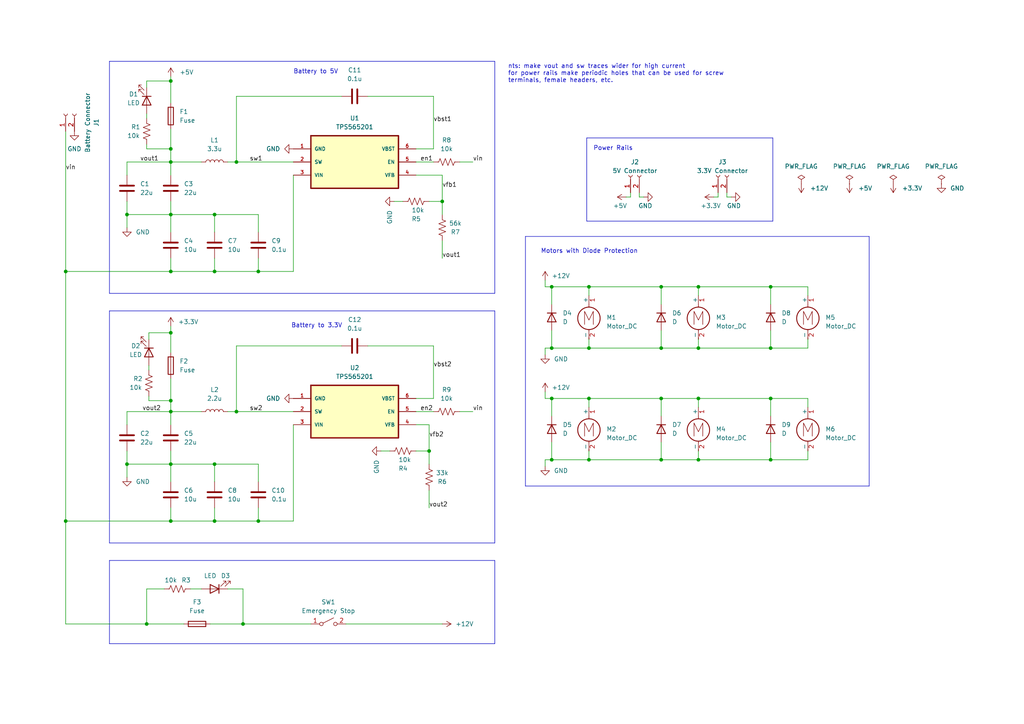
<source format=kicad_sch>
(kicad_sch (version 20211123) (generator eeschema)
  (paper "A4")
  (lib_symbols
    (symbol "Connector:Conn_01x02_Female" (pin_names (offset 1.016) hide)
      (property "Reference" "J" (at 0 2.54 0))
      (property "Value" "Conn_01x02_Female" (at 0 -5.08 0))
      (symbol "Conn_01x02_Female_1_1"
        (arc (start 0 -2.032) (mid -0.508 -2.54) (end 0 -3.048) (stroke (width 0.1524)))
        (polyline (pts (xy -1.27 -2.54) (xy -0.508 -2.54)) (stroke (width 0.1524)))
        (polyline (pts (xy -1.27 0) (xy -0.508 0)) (stroke (width 0.1524)))
        (arc (start 0 0.508) (mid -0.508 0) (end 0 -0.508) (stroke (width 0.1524)))
        (pin passive line (at -5.08 0 0) (length 3.81) (name "Pin_1") (number "1"))
        (pin passive line (at -5.08 -2.54 0) (length 3.81) (name "Pin_2") (number "2"))
      )
    )
    (symbol "Device:C" (pin_numbers hide) (pin_names (offset 0.254))
      (property "Reference" "C" (at 0.635 2.54 0))
      (property "Value" "C" (at 0.635 -2.54 0))
      (symbol "C_0_1"
        (polyline (pts (xy -2.032 -0.762) (xy 2.032 -0.762)) (stroke (width 0.508)))
        (polyline (pts (xy -2.032 0.762) (xy 2.032 0.762)) (stroke (width 0.508)))
      )
      (symbol "C_1_1"
        (pin passive line (at 0 3.81 270) (length 2.794) (name "~") (number "1"))
        (pin passive line (at 0 -3.81 90) (length 2.794) (name "~") (number "2"))
      )
    )
    (symbol "Device:D" (pin_numbers hide) (pin_names (offset 1.016) hide)
      (property "Reference" "D" (at 0 2.54 0))
      (property "Value" "D" (at 0 -2.54 0))
      (symbol "D_0_1"
        (polyline (pts (xy -1.27 1.27) (xy -1.27 -1.27)) (stroke (width 0.254)))
        (polyline (pts (xy 1.27 0) (xy -1.27 0)))
        (polyline (pts (xy 1.27 1.27) (xy 1.27 -1.27) (xy -1.27 0) (xy 1.27 1.27)) (stroke (width 0.254)))
      )
      (symbol "D_1_1"
        (pin passive line (at -3.81 0 0) (length 2.54) (name "K") (number "1"))
        (pin passive line (at 3.81 0 180) (length 2.54) (name "A") (number "2"))
      )
    )
    (symbol "Device:Fuse" (pin_numbers hide) (pin_names (offset 0))
      (property "Reference" "F" (at 2.032 0 90))
      (property "Value" "Fuse" (at -1.905 0 90))
      (symbol "Fuse_0_1"
        (rectangle (start -0.762 -2.54) (end 0.762 2.54) (stroke (width 0.254)))
        (polyline (pts (xy 0 2.54) (xy 0 -2.54)))
      )
      (symbol "Fuse_1_1"
        (pin passive line (at 0 3.81 270) (length 1.27) (name "~") (number "1"))
        (pin passive line (at 0 -3.81 90) (length 1.27) (name "~") (number "2"))
      )
    )
    (symbol "Device:L" (pin_numbers hide) (pin_names (offset 1.016) hide)
      (property "Reference" "L" (at -1.27 0 90))
      (property "Value" "L" (at 1.905 0 90))
      (symbol "L_0_1"
        (arc (start 0 -2.54) (mid 0.635 -1.905) (end 0 -1.27))
        (arc (start 0 -1.27) (mid 0.635 -0.635) (end 0 0))
        (arc (start 0 0) (mid 0.635 0.635) (end 0 1.27))
        (arc (start 0 1.27) (mid 0.635 1.905) (end 0 2.54))
      )
      (symbol "L_1_1"
        (pin passive line (at 0 3.81 270) (length 1.27) (name "1") (number "1"))
        (pin passive line (at 0 -3.81 90) (length 1.27) (name "2") (number "2"))
      )
    )
    (symbol "Device:LED" (pin_numbers hide) (pin_names (offset 1.016) hide)
      (property "Reference" "D" (at 0 2.54 0))
      (property "Value" "LED" (at 0 -2.54 0))
      (symbol "LED_0_1"
        (polyline (pts (xy -1.27 -1.27) (xy -1.27 1.27)) (stroke (width 0.254)))
        (polyline (pts (xy -1.27 0) (xy 1.27 0)))
        (polyline (pts (xy 1.27 -1.27) (xy 1.27 1.27) (xy -1.27 0) (xy 1.27 -1.27)) (stroke (width 0.254)))
        (polyline (pts (xy -3.048 -0.762) (xy -4.572 -2.286) (xy -3.81 -2.286) (xy -4.572 -2.286) (xy -4.572 -1.524)))
        (polyline (pts (xy -1.778 -0.762) (xy -3.302 -2.286) (xy -2.54 -2.286) (xy -3.302 -2.286) (xy -3.302 -1.524)))
      )
      (symbol "LED_1_1"
        (pin passive line (at -3.81 0 0) (length 2.54) (name "K") (number "1"))
        (pin passive line (at 3.81 0 180) (length 2.54) (name "A") (number "2"))
      )
    )
    (symbol "Device:R_US" (pin_numbers hide) (pin_names (offset 0))
      (property "Reference" "R" (at 2.54 0 90))
      (property "Value" "R_US" (at -2.54 0 90))
      (symbol "R_US_0_1"
        (polyline (pts (xy 0 -2.286) (xy 0 -2.54)))
        (polyline (pts (xy 0 2.286) (xy 0 2.54)))
        (polyline (pts (xy 0 -0.762) (xy 1.016 -1.143) (xy 0 -1.524) (xy -1.016 -1.905) (xy 0 -2.286)))
        (polyline (pts (xy 0 0.762) (xy 1.016 0.381) (xy 0 0) (xy -1.016 -0.381) (xy 0 -0.762)))
        (polyline (pts (xy 0 2.286) (xy 1.016 1.905) (xy 0 1.524) (xy -1.016 1.143) (xy 0 0.762)))
      )
      (symbol "R_US_1_1"
        (pin passive line (at 0 3.81 270) (length 1.27) (name "~") (number "1"))
        (pin passive line (at 0 -3.81 90) (length 1.27) (name "~") (number "2"))
      )
    )
    (symbol "Motor:Motor_DC" (pin_names (offset 0))
      (property "Reference" "M" (at 2.54 2.54 0))
      (property "Value" "Motor_DC" (at 2.54 -5.08 0))
      (symbol "Motor_DC_0_0"
        (polyline (pts (xy -1.27 -3.302) (xy -1.27 0.508) (xy 0 -2.032) (xy 1.27 0.508) (xy 1.27 -3.302)))
      )
      (symbol "Motor_DC_0_1"
        (circle (center 0 -1.524) (radius 3.2512) (stroke (width 0.254)))
        (polyline (pts (xy 0 -7.62) (xy 0 -7.112)))
        (polyline (pts (xy 0 -4.7752) (xy 0 -5.1816)))
        (polyline (pts (xy 0 1.7272) (xy 0 2.0828)))
        (polyline (pts (xy 0 2.032) (xy 0 2.54)))
      )
      (symbol "Motor_DC_1_1"
        (pin passive line (at 0 5.08 270) (length 2.54) (name "+") (number "1"))
        (pin passive line (at 0 -7.62 90) (length 2.54) (name "-") (number "2"))
      )
    )
    (symbol "Switch:SW_SPST" (pin_names (offset 0) hide)
      (property "Reference" "SW" (at 0 3.175 0))
      (property "Value" "SW_SPST" (at 0 -2.54 0))
      (symbol "SW_SPST_0_0"
        (circle (center -2.032 0) (radius 0.508))
        (polyline (pts (xy -1.524 0.254) (xy 1.524 1.778)))
        (circle (center 2.032 0) (radius 0.508))
      )
      (symbol "SW_SPST_1_1"
        (pin passive line (at -5.08 0 0) (length 2.54) (name "A") (number "1"))
        (pin passive line (at 5.08 0 180) (length 2.54) (name "B") (number "2"))
      )
    )
    (symbol "TPS565201DDCR:TPS565201" (pin_names (offset 1.016))
      (property "Reference" "U?" (at -12.7 11.1506 0))
      (property "Value" "TPS565201" (at -5.08 -8.89 0))
      (symbol "TPS565201_0_0"
        (rectangle (start -12.7 10.16) (end 12.7 -5.08) (stroke (width 0.4064)) (fill (type background)))
        (pin power_in line (at -17.78 6.35 0) (length 5.08) (name "GND") (number "1"))
        (pin bidirectional line (at -17.78 2.54 0) (length 5.08) (name "SW") (number "2"))
        (pin bidirectional line (at -17.78 -1.27 0) (length 5.08) (name "VIN") (number "3"))
        (pin bidirectional line (at 17.78 -1.27 180) (length 5.08) (name "VFB") (number "4"))
        (pin bidirectional line (at 17.78 2.54 180) (length 5.08) (name "EN") (number "5"))
        (pin bidirectional line (at 17.78 6.35 180) (length 5.08) (name "VBST") (number "6"))
      )
    )
    (symbol "power:+12V" (power) (pin_names (offset 0))
      (property "Value" "+12V" (at 0 3.556 0))
      (symbol "+12V_0_1"
        (polyline (pts (xy -0.762 1.27) (xy 0 2.54)))
        (polyline (pts (xy 0 0) (xy 0 2.54)))
        (polyline (pts (xy 0 2.54) (xy 0.762 1.27)))
      )
      (symbol "+12V_1_1"
        (pin power_in line (at 0 0 90) (length 0) hide (name "+12V") (number "1"))
      )
    )
    (symbol "power:+3.3V" (power) (pin_names (offset 0))
      (property "Value" "+3.3V" (at 0 3.556 0))
      (symbol "+3.3V_0_1"
        (polyline (pts (xy -0.762 1.27) (xy 0 2.54)))
        (polyline (pts (xy 0 0) (xy 0 2.54)))
        (polyline (pts (xy 0 2.54) (xy 0.762 1.27)))
      )
      (symbol "+3.3V_1_1"
        (pin power_in line (at 0 0 90) (length 0) hide (name "+3.3V") (number "1"))
      )
    )
    (symbol "power:+5V" (power) (pin_names (offset 0))
      (property "Value" "+5V" (at 0 3.556 0))
      (symbol "+5V_0_1"
        (polyline (pts (xy -0.762 1.27) (xy 0 2.54)))
        (polyline (pts (xy 0 0) (xy 0 2.54)))
        (polyline (pts (xy 0 2.54) (xy 0.762 1.27)))
      )
      (symbol "+5V_1_1"
        (pin power_in line (at 0 0 90) (length 0) hide (name "+5V") (number "1"))
      )
    )
    (symbol "power:GND" (power) (pin_names (offset 0))
      (property "Value" "GND" (at 0 -3.81 0))
      (symbol "GND_0_1"
        (polyline (pts (xy 0 0) (xy 0 -1.27) (xy 1.27 -1.27) (xy 0 -2.54) (xy -1.27 -1.27) (xy 0 -1.27)))
      )
      (symbol "GND_1_1"
        (pin power_in line (at 0 0 270) (length 0) hide (name "GND") (number "1"))
      )
    )
    (symbol "power:PWR_FLAG" (power) (pin_numbers hide) (pin_names (offset 0) hide)
      (property "Value" "PWR_FLAG" (at 0 3.81 0))
      (symbol "PWR_FLAG_0_0"
        (pin power_out line (at 0 0 90) (length 0) (name "pwr") (number "1"))
      )
      (symbol "PWR_FLAG_0_1"
        (polyline (pts (xy 0 0) (xy 0 1.27) (xy -1.016 1.905) (xy 0 2.54) (xy 1.016 1.905) (xy 0 1.27)))
      )
    )
  )
  (junction (at 74.93 78.74))
  (junction (at 74.93 151.13))
  (junction (at 223.52 133.35))
  (junction (at 170.815 83.185))
  (junction (at 36.83 62.23))
  (junction (at 49.53 46.99))
  (junction (at 62.23 151.13))
  (junction (at 62.23 62.23))
  (junction (at 170.815 115.57))
  (junction (at 191.77 100.965))
  (junction (at 49.53 119.38))
  (junction (at 223.52 100.965))
  (junction (at 124.46 130.81))
  (junction (at 202.565 83.185))
  (junction (at 42.545 180.975))
  (junction (at 223.52 83.185))
  (junction (at 62.23 134.62))
  (junction (at 223.52 115.57))
  (junction (at 170.815 100.965))
  (junction (at 202.565 100.965))
  (junction (at 191.77 133.35))
  (junction (at 191.77 115.57))
  (junction (at 170.815 133.35))
  (junction (at 49.53 96.52))
  (junction (at 49.53 43.18))
  (junction (at 36.83 134.62))
  (junction (at 191.77 83.185))
  (junction (at 128.27 58.42))
  (junction (at 49.53 23.495))
  (junction (at 49.53 78.74))
  (junction (at 160.02 133.35))
  (junction (at 160.02 83.185))
  (junction (at 160.02 115.57))
  (junction (at 202.565 115.57))
  (junction (at 49.53 62.23))
  (junction (at 68.58 46.99))
  (junction (at 49.53 116.205))
  (junction (at 19.05 151.13))
  (junction (at 68.58 119.38))
  (junction (at 160.02 100.965))
  (junction (at 62.23 78.74))
  (junction (at 19.05 78.74))
  (junction (at 202.565 133.35))
  (junction (at 49.53 151.13))
  (junction (at 70.485 180.975))
  (junction (at 49.53 134.62))
  (polyline (pts (xy 224.155 64.135) (xy 170.18 64.135)) (stroke (width 0) (type solid)))
  (wire (pts (xy 66.04 46.99) (xy 68.58 46.99)))
  (wire (pts (xy 42.545 25.4) (xy 42.545 23.495)))
  (polyline (pts (xy 224.155 40.005) (xy 224.155 64.135)) (stroke (width 0) (type solid)))
  (wire (pts (xy 158.115 100.965) (xy 160.02 100.965)))
  (wire (pts (xy 55.245 170.815) (xy 58.42 170.815)))
  (wire (pts (xy 158.115 102.87) (xy 158.115 100.965)))
  (wire (pts (xy 125.73 43.18) (xy 120.65 43.18)))
  (wire (pts (xy 85.09 78.74) (xy 74.93 78.74)))
  (wire (pts (xy 36.83 46.99) (xy 49.53 46.99)))
  (wire (pts (xy 120.65 46.99) (xy 125.73 46.99)))
  (wire (pts (xy 124.46 130.81) (xy 124.46 134.62)))
  (wire (pts (xy 49.53 62.23) (xy 49.53 58.42)))
  (wire (pts (xy 43.18 116.205) (xy 49.53 116.205)))
  (wire (pts (xy 133.35 119.38) (xy 137.16 119.38)))
  (polyline (pts (xy 252.095 140.97) (xy 152.4 140.97)) (stroke (width 0) (type solid)))
  (wire (pts (xy 49.53 94.615) (xy 49.53 96.52)))
  (wire (pts (xy 42.545 34.29) (xy 42.545 33.02)))
  (wire (pts (xy 124.46 142.24) (xy 124.46 147.32)))
  (wire (pts (xy 49.53 96.52) (xy 49.53 102.235)))
  (wire (pts (xy 170.815 98.425) (xy 170.815 100.965)))
  (wire (pts (xy 124.46 123.19) (xy 124.46 130.81)))
  (wire (pts (xy 19.05 38.1) (xy 19.05 78.74)))
  (wire (pts (xy 19.05 78.74) (xy 49.53 78.74)))
  (polyline (pts (xy 31.75 162.56) (xy 31.75 186.69)) (stroke (width 0) (type solid)))
  (wire (pts (xy 202.565 83.185) (xy 202.565 85.725)))
  (wire (pts (xy 208.28 55.88) (xy 208.28 57.15)))
  (wire (pts (xy 160.02 88.265) (xy 160.02 83.185)))
  (wire (pts (xy 191.77 95.885) (xy 191.77 100.965)))
  (polyline (pts (xy 31.75 186.69) (xy 143.51 186.69)) (stroke (width 0) (type solid)))
  (polyline (pts (xy 143.51 17.78) (xy 31.75 17.78)) (stroke (width 0) (type solid)))
  (wire (pts (xy 223.52 128.27) (xy 223.52 133.35)))
  (wire (pts (xy 62.23 78.74) (xy 74.93 78.74)))
  (wire (pts (xy 19.05 78.74) (xy 19.05 151.13)))
  (wire (pts (xy 234.315 98.425) (xy 234.315 100.965)))
  (wire (pts (xy 62.23 139.7) (xy 62.23 134.62)))
  (wire (pts (xy 234.315 130.81) (xy 234.315 133.35)))
  (wire (pts (xy 202.565 130.81) (xy 202.565 133.35)))
  (wire (pts (xy 170.815 83.185) (xy 191.77 83.185)))
  (wire (pts (xy 99.06 27.94) (xy 68.58 27.94)))
  (wire (pts (xy 128.27 50.8) (xy 128.27 58.42)))
  (wire (pts (xy 202.565 83.185) (xy 223.52 83.185)))
  (wire (pts (xy 36.83 134.62) (xy 36.83 138.43)))
  (wire (pts (xy 160.02 128.27) (xy 160.02 133.35)))
  (wire (pts (xy 223.52 100.965) (xy 234.315 100.965)))
  (wire (pts (xy 49.53 147.32) (xy 49.53 151.13)))
  (wire (pts (xy 85.09 50.8) (xy 85.09 78.74)))
  (wire (pts (xy 60.96 180.975) (xy 70.485 180.975)))
  (wire (pts (xy 113.03 130.81) (xy 110.49 130.81)))
  (wire (pts (xy 202.565 133.35) (xy 223.52 133.35)))
  (wire (pts (xy 36.83 134.62) (xy 49.53 134.62)))
  (wire (pts (xy 58.42 119.38) (xy 49.53 119.38)))
  (wire (pts (xy 70.485 180.975) (xy 90.17 180.975)))
  (wire (pts (xy 43.18 114.935) (xy 43.18 116.205)))
  (wire (pts (xy 62.23 151.13) (xy 74.93 151.13)))
  (wire (pts (xy 74.93 67.31) (xy 74.93 62.23)))
  (wire (pts (xy 49.53 78.74) (xy 62.23 78.74)))
  (wire (pts (xy 125.73 115.57) (xy 120.65 115.57)))
  (wire (pts (xy 160.02 83.185) (xy 170.815 83.185)))
  (wire (pts (xy 125.73 27.94) (xy 125.73 43.18)))
  (wire (pts (xy 191.77 120.65) (xy 191.77 115.57)))
  (wire (pts (xy 42.545 43.18) (xy 49.53 43.18)))
  (wire (pts (xy 49.53 23.495) (xy 49.53 29.845)))
  (wire (pts (xy 128.27 69.85) (xy 128.27 74.93)))
  (wire (pts (xy 120.65 123.19) (xy 124.46 123.19)))
  (polyline (pts (xy 152.4 68.58) (xy 252.095 68.58)) (stroke (width 0) (type solid)))
  (wire (pts (xy 19.05 151.13) (xy 19.05 180.975)))
  (polyline (pts (xy 170.18 40.005) (xy 224.155 40.005)) (stroke (width 0) (type solid)))
  (wire (pts (xy 170.815 133.35) (xy 191.77 133.35)))
  (wire (pts (xy 158.115 83.185) (xy 160.02 83.185)))
  (wire (pts (xy 68.58 119.38) (xy 85.09 119.38)))
  (wire (pts (xy 42.545 41.91) (xy 42.545 43.18)))
  (wire (pts (xy 85.09 151.13) (xy 74.93 151.13)))
  (polyline (pts (xy 31.75 17.78) (xy 31.75 85.09)) (stroke (width 0) (type solid)))
  (wire (pts (xy 42.545 180.975) (xy 19.05 180.975)))
  (wire (pts (xy 68.58 27.94) (xy 68.58 46.99)))
  (wire (pts (xy 74.93 62.23) (xy 62.23 62.23)))
  (wire (pts (xy 49.53 62.23) (xy 62.23 62.23)))
  (wire (pts (xy 36.83 58.42) (xy 36.83 62.23)))
  (wire (pts (xy 62.23 147.32) (xy 62.23 151.13)))
  (wire (pts (xy 47.625 170.815) (xy 42.545 170.815)))
  (wire (pts (xy 49.53 134.62) (xy 62.23 134.62)))
  (wire (pts (xy 128.27 58.42) (xy 128.27 62.23)))
  (wire (pts (xy 170.815 115.57) (xy 191.77 115.57)))
  (wire (pts (xy 70.485 170.815) (xy 70.485 180.975)))
  (wire (pts (xy 170.815 130.81) (xy 170.815 133.35)))
  (wire (pts (xy 191.77 100.965) (xy 202.565 100.965)))
  (wire (pts (xy 106.68 100.33) (xy 125.73 100.33)))
  (wire (pts (xy 66.04 119.38) (xy 68.58 119.38)))
  (wire (pts (xy 68.58 100.33) (xy 68.58 119.38)))
  (wire (pts (xy 191.77 128.27) (xy 191.77 133.35)))
  (wire (pts (xy 120.65 50.8) (xy 128.27 50.8)))
  (wire (pts (xy 74.93 139.7) (xy 74.93 134.62)))
  (wire (pts (xy 49.53 109.855) (xy 49.53 116.205)))
  (wire (pts (xy 202.565 98.425) (xy 202.565 100.965)))
  (wire (pts (xy 49.53 37.465) (xy 49.53 43.18)))
  (wire (pts (xy 223.52 83.185) (xy 234.315 83.185)))
  (wire (pts (xy 49.53 62.23) (xy 49.53 67.31)))
  (wire (pts (xy 191.77 83.185) (xy 202.565 83.185)))
  (polyline (pts (xy 143.51 85.09) (xy 143.51 17.78)) (stroke (width 0) (type solid)))
  (wire (pts (xy 170.815 83.185) (xy 170.815 85.725)))
  (wire (pts (xy 170.815 115.57) (xy 170.815 118.11)))
  (polyline (pts (xy 143.51 90.17) (xy 31.75 90.17)) (stroke (width 0) (type solid)))
  (wire (pts (xy 68.58 46.99) (xy 85.09 46.99)))
  (wire (pts (xy 85.09 123.19) (xy 85.09 151.13)))
  (wire (pts (xy 42.545 23.495) (xy 49.53 23.495)))
  (wire (pts (xy 49.53 134.62) (xy 49.53 130.81)))
  (wire (pts (xy 210.82 55.88) (xy 210.82 57.15)))
  (wire (pts (xy 223.52 95.885) (xy 223.52 100.965)))
  (wire (pts (xy 202.565 100.965) (xy 223.52 100.965)))
  (wire (pts (xy 160.02 100.965) (xy 170.815 100.965)))
  (wire (pts (xy 234.315 115.57) (xy 234.315 118.11)))
  (wire (pts (xy 181.61 57.15) (xy 182.88 57.15)))
  (wire (pts (xy 185.42 55.88) (xy 185.42 57.15)))
  (wire (pts (xy 234.315 83.185) (xy 234.315 85.725)))
  (wire (pts (xy 223.52 133.35) (xy 234.315 133.35)))
  (wire (pts (xy 106.68 27.94) (xy 125.73 27.94)))
  (wire (pts (xy 99.06 100.33) (xy 68.58 100.33)))
  (wire (pts (xy 191.77 133.35) (xy 202.565 133.35)))
  (wire (pts (xy 36.83 62.23) (xy 49.53 62.23)))
  (wire (pts (xy 158.115 133.35) (xy 160.02 133.35)))
  (polyline (pts (xy 31.75 157.48) (xy 143.51 157.48)) (stroke (width 0) (type solid)))
  (wire (pts (xy 49.53 22.225) (xy 49.53 23.495)))
  (wire (pts (xy 66.04 170.815) (xy 70.485 170.815)))
  (wire (pts (xy 42.545 170.815) (xy 42.545 180.975)))
  (wire (pts (xy 158.115 135.255) (xy 158.115 133.35)))
  (wire (pts (xy 36.83 130.81) (xy 36.83 134.62)))
  (wire (pts (xy 133.35 46.99) (xy 137.16 46.99)))
  (wire (pts (xy 210.82 57.15) (xy 212.09 57.15)))
  (wire (pts (xy 160.02 133.35) (xy 170.815 133.35)))
  (wire (pts (xy 185.42 57.15) (xy 186.69 57.15)))
  (wire (pts (xy 43.18 96.52) (xy 49.53 96.52)))
  (wire (pts (xy 36.83 62.23) (xy 36.83 66.04)))
  (wire (pts (xy 114.3 58.42) (xy 116.84 58.42)))
  (wire (pts (xy 43.18 98.425) (xy 43.18 96.52)))
  (wire (pts (xy 19.05 151.13) (xy 49.53 151.13)))
  (wire (pts (xy 120.65 119.38) (xy 125.73 119.38)))
  (wire (pts (xy 158.115 115.57) (xy 160.02 115.57)))
  (wire (pts (xy 160.02 120.65) (xy 160.02 115.57)))
  (wire (pts (xy 125.73 100.33) (xy 125.73 115.57)))
  (wire (pts (xy 158.115 113.665) (xy 158.115 115.57)))
  (wire (pts (xy 223.52 120.65) (xy 223.52 115.57)))
  (wire (pts (xy 191.77 88.265) (xy 191.77 83.185)))
  (wire (pts (xy 160.02 95.885) (xy 160.02 100.965)))
  (polyline (pts (xy 143.51 157.48) (xy 143.51 90.17)) (stroke (width 0) (type solid)))
  (wire (pts (xy 43.18 107.315) (xy 43.18 106.045)))
  (wire (pts (xy 58.42 46.99) (xy 49.53 46.99)))
  (polyline (pts (xy 31.75 90.17) (xy 31.75 157.48)) (stroke (width 0) (type solid)))
  (wire (pts (xy 49.53 151.13) (xy 62.23 151.13)))
  (wire (pts (xy 207.01 57.15) (xy 208.28 57.15)))
  (wire (pts (xy 49.53 46.99) (xy 49.53 50.8)))
  (polyline (pts (xy 31.75 85.09) (xy 143.51 85.09)) (stroke (width 0) (type solid)))
  (wire (pts (xy 36.83 119.38) (xy 49.53 119.38)))
  (wire (pts (xy 223.52 88.265) (xy 223.52 83.185)))
  (wire (pts (xy 49.53 116.205) (xy 49.53 119.38)))
  (wire (pts (xy 62.23 74.93) (xy 62.23 78.74)))
  (polyline (pts (xy 170.18 40.005) (xy 170.18 64.135)) (stroke (width 0) (type solid)))
  (wire (pts (xy 202.565 115.57) (xy 223.52 115.57)))
  (wire (pts (xy 62.23 67.31) (xy 62.23 62.23)))
  (wire (pts (xy 49.53 43.18) (xy 49.53 46.99)))
  (wire (pts (xy 170.815 100.965) (xy 191.77 100.965)))
  (wire (pts (xy 223.52 115.57) (xy 234.315 115.57)))
  (polyline (pts (xy 252.095 68.58) (xy 252.095 140.97)) (stroke (width 0) (type solid)))
  (wire (pts (xy 158.115 81.28) (xy 158.115 83.185)))
  (wire (pts (xy 53.34 180.975) (xy 42.545 180.975)))
  (polyline (pts (xy 143.51 186.69) (xy 143.51 162.56)) (stroke (width 0) (type solid)))
  (wire (pts (xy 128.27 58.42) (xy 124.46 58.42)))
  (wire (pts (xy 74.93 134.62) (xy 62.23 134.62)))
  (wire (pts (xy 160.02 115.57) (xy 170.815 115.57)))
  (polyline (pts (xy 143.51 162.56) (xy 31.75 162.56)) (stroke (width 0) (type solid)))
  (wire (pts (xy 191.77 115.57) (xy 202.565 115.57)))
  (wire (pts (xy 202.565 115.57) (xy 202.565 118.11)))
  (wire (pts (xy 36.83 119.38) (xy 36.83 123.19)))
  (wire (pts (xy 182.88 55.88) (xy 182.88 57.15)))
  (wire (pts (xy 49.53 134.62) (xy 49.53 139.7)))
  (wire (pts (xy 74.93 151.13) (xy 74.93 147.32)))
  (wire (pts (xy 124.46 130.81) (xy 120.65 130.81)))
  (wire (pts (xy 49.53 74.93) (xy 49.53 78.74)))
  (wire (pts (xy 100.33 180.975) (xy 128.27 180.975)))
  (wire (pts (xy 74.93 78.74) (xy 74.93 74.93)))
  (wire (pts (xy 36.83 46.99) (xy 36.83 50.8)))
  (wire (pts (xy 49.53 119.38) (xy 49.53 123.19)))
  (polyline (pts (xy 152.4 68.58) (xy 152.4 140.97)) (stroke (width 0) (type solid)))
  (text "nts: make vout and sw traces wider for high current\nfor power rails make periodic holes that can be used for screw\nterminals, female headers, etc." (at 147.32 24.13 0) (effects (font (size 1.27 1.27)) (justify left bottom)))
  (text "Motors with Diode Protection" (at 156.845 73.66 0) (effects (font (size 1.27 1.27)) (justify left bottom)))
  (text "Battery to 5V" (at 85.09 21.59 0) (effects (font (size 1.27 1.27)) (justify left bottom)))
  (text "Battery to 3.3V" (at 84.455 95.25 0) (effects (font (size 1.27 1.27)) (justify left bottom)))
  (text "Power Rails" (at 172.085 43.815 0) (effects (font (size 1.27 1.27)) (justify left bottom)))
  (label "sw1" (at 72.39 46.99 0))
  (label "vout1" (at 40.64 46.99 0))
  (label "vout2" (at 124.46 147.32 0))
  (label "sw2" (at 72.39 119.38 0))
  (label "vbst1" (at 125.73 35.56 0))
  (label "vout2" (at 41.275 119.38 0))
  (label "en1" (at 121.92 46.99 0))
  (label "vbst2" (at 125.73 106.68 0))
  (label "vin" (at 19.05 49.53 0))
  (label "vin" (at 137.16 46.99 0))
  (label "vfb2" (at 124.46 127 0))
  (label "en2" (at 121.92 119.38 0))
  (label "vin" (at 137.16 119.38 0))
  (label "vfb1" (at 128.27 54.61 0))
  (label "vout1" (at 128.27 74.93 0))
  (symbol (lib_id "Device:L") (at 62.23 119.38 90) (unit 1)
    (property "Reference" "L2" (at 62.23 113.03 90))
    (property "Value" "2.2u" (at 62.23 115.57 90))
    (property "Footprint" "Resistor_SMD:R_1206_3216Metric_Pad1.30x1.75mm_HandSolder" (effects hide))
  )
  (symbol (lib_id "power:GND") (at 158.115 102.87 0) (unit 1)
    (property "Reference" "#PWR012" (effects hide))
    (property "Value" "GND" (at 160.655 104.1399 0) (effects (justify left)))
  )
  (symbol (lib_id "power:GND") (at 158.115 135.255 0) (unit 1)
    (property "Reference" "#PWR014" (effects hide))
    (property "Value" "GND" (at 160.655 136.5249 0) (effects (justify left)))
  )
  (symbol (lib_id "power:PWR_FLAG") (at 259.08 53.34 0) (unit 1)
    (property "Reference" "#FLG03" (effects hide))
    (property "Value" "PWR_FLAG" (at 259.08 48.26 0))
  )
  (symbol (lib_id "Device:C") (at 74.93 143.51 0) (unit 1)
    (property "Reference" "C10" (at 78.74 142.2399 0) (effects (justify left)))
    (property "Value" "0.1u" (at 78.74 144.7799 0) (effects (justify left)))
    (property "Footprint" "Capacitor_SMD:C_1206_3216Metric_Pad1.33x1.80mm_HandSolder" (effects hide))
  )
  (symbol (lib_id "Motor:Motor_DC") (at 202.565 90.805 0) (unit 1)
    (property "Reference" "M3" (at 207.645 92.0749 0) (effects (justify left)))
    (property "Value" "Motor_DC" (at 207.645 94.6149 0) (effects (justify left)))
    (property "Footprint" "Power_Dist:Molex_Screw_Term_0397730002" (effects hide))
  )
  (symbol (lib_id "Device:C") (at 49.53 54.61 0) (unit 1)
    (property "Reference" "C3" (at 53.34 53.3399 0) (effects (justify left)))
    (property "Value" "22u" (at 53.34 55.8799 0) (effects (justify left)))
    (property "Footprint" "Capacitor_SMD:C_1206_3216Metric_Pad1.33x1.80mm_HandSolder" (effects hide))
  )
  (symbol (lib_id "power:GND") (at 21.59 38.1 0) (unit 1)
    (property "Reference" "#PWR01" (effects hide))
    (property "Value" "GND" (at 21.59 43.18 0))
  )
  (symbol (lib_id "Device:LED") (at 62.23 170.815 180) (unit 1)
    (property "Reference" "D3" (at 65.405 167.005 0))
    (property "Value" "LED" (at 60.96 167.005 0))
    (property "Footprint" "LED_SMD:LED_1206_3216Metric_Pad1.42x1.75mm_HandSolder" (effects hide))
  )
  (symbol (lib_id "power:+3.3V") (at 207.01 57.15 90) (unit 1)
    (property "Reference" "#PWR017" (effects hide))
    (property "Value" "+3.3V" (at 203.2 59.69 90) (effects (justify right)))
  )
  (symbol (lib_id "Device:D") (at 160.02 92.075 270) (unit 1)
    (property "Reference" "D4" (at 163.195 90.8049 90) (effects (justify left)))
    (property "Value" "D" (at 163.195 93.3449 90) (effects (justify left)))
    (property "Footprint" "RB070MM:DIO_RB051MM_ROM-M" (effects hide))
  )
  (symbol (lib_id "TPS565201DDCR:TPS565201") (at 102.87 49.53 0) (unit 1)
    (property "Reference" "U1" (at 102.87 34.29 0))
    (property "Value" "TPS565201" (at 102.87 36.83 0))
    (property "Footprint" "Power_Dist:TPS565201" (effects hide))
    (property "Datasheet" "https://www.ti.com/lit/ds/symlink/tps565201.pdf?ts=1697988111953" (effects hide))
  )
  (symbol (lib_id "Device:LED") (at 43.18 102.235 270) (unit 1)
    (property "Reference" "D2" (at 39.37 100.33 90))
    (property "Value" "LED" (at 39.37 102.87 90))
    (property "Footprint" "LED_SMD:LED_1206_3216Metric_Pad1.42x1.75mm_HandSolder" (effects hide))
  )
  (symbol (lib_id "Device:Fuse") (at 49.53 33.655 0) (unit 1)
    (property "Reference" "F1" (at 52.07 32.3849 0) (effects (justify left)))
    (property "Value" "Fuse" (at 52.07 34.9249 0) (effects (justify left)))
    (property "Footprint" "Fuse:Fuse_1206_3216Metric_Pad1.42x1.75mm_HandSolder" (effects hide))
  )
  (symbol (lib_id "Connector:Conn_01x02_Female") (at 19.05 33.02 90) (unit 1)
    (property "Reference" "J1" (at 27.94 35.56 0))
    (property "Value" "Battery Connector" (at 25.4 35.56 0))
    (property "Footprint" "Power_Dist:Molex_Screw_Term_0397730002" (effects hide))
  )
  (symbol (lib_id "Motor:Motor_DC") (at 170.815 123.19 0) (unit 1)
    (property "Reference" "M2" (at 175.895 124.4599 0) (effects (justify left)))
    (property "Value" "Motor_DC" (at 175.895 126.9999 0) (effects (justify left)))
    (property "Footprint" "Power_Dist:Molex_Screw_Term_0397730002" (effects hide))
  )
  (symbol (lib_id "Device:C") (at 49.53 127 0) (unit 1)
    (property "Reference" "C5" (at 53.34 125.7299 0) (effects (justify left)))
    (property "Value" "22u" (at 53.34 128.2699 0) (effects (justify left)))
    (property "Footprint" "Capacitor_SMD:C_1206_3216Metric_Pad1.33x1.80mm_HandSolder" (effects hide))
  )
  (symbol (lib_id "power:+3.3V") (at 49.53 94.615 0) (unit 1)
    (property "Reference" "#PWR05" (effects hide))
    (property "Value" "+3.3V" (at 54.61 93.345 0))
  )
  (symbol (lib_id "Device:Fuse") (at 49.53 106.045 0) (unit 1)
    (property "Reference" "F2" (at 52.07 104.7749 0) (effects (justify left)))
    (property "Value" "Fuse" (at 52.07 107.3149 0) (effects (justify left)))
    (property "Footprint" "Fuse:Fuse_1206_3216Metric_Pad1.42x1.75mm_HandSolder" (effects hide))
  )
  (symbol (lib_id "power:GND") (at 85.09 43.18 270) (unit 1)
    (property "Reference" "#PWR06" (effects hide))
    (property "Value" "GND" (at 81.28 43.1799 90) (effects (justify right)))
  )
  (symbol (lib_id "Device:C") (at 102.87 100.33 90) (unit 1)
    (property "Reference" "C12" (at 102.87 92.71 90))
    (property "Value" "0.1u" (at 102.87 95.25 90))
    (property "Footprint" "Capacitor_SMD:C_1206_3216Metric_Pad1.33x1.80mm_HandSolder" (effects hide))
  )
  (symbol (lib_id "TPS565201DDCR:TPS565201") (at 102.87 121.92 0) (unit 1)
    (property "Reference" "U2" (at 102.87 106.68 0))
    (property "Value" "TPS565201" (at 102.87 109.22 0))
    (property "Footprint" "Power_Dist:TPS565201" (effects hide))
    (property "Datasheet" "https://www.ti.com/lit/ds/symlink/tps565201.pdf?ts=1697988111953" (effects hide))
  )
  (symbol (lib_id "Device:C") (at 62.23 71.12 0) (unit 1)
    (property "Reference" "C7" (at 66.04 69.8499 0) (effects (justify left)))
    (property "Value" "10u" (at 66.04 72.3899 0) (effects (justify left)))
    (property "Footprint" "Capacitor_SMD:C_1206_3216Metric_Pad1.33x1.80mm_HandSolder" (effects hide))
  )
  (symbol (lib_id "Device:D") (at 223.52 92.075 270) (unit 1)
    (property "Reference" "D8" (at 226.695 90.8049 90) (effects (justify left)))
    (property "Value" "D" (at 226.695 93.3449 90) (effects (justify left)))
    (property "Footprint" "RB070MM:DIO_RB051MM_ROM-M" (effects hide))
  )
  (symbol (lib_id "power:+12V") (at 158.115 81.28 0) (unit 1)
    (property "Reference" "#PWR011" (effects hide))
    (property "Value" "+12V" (at 160.02 80.0099 0) (effects (justify left)))
  )
  (symbol (lib_id "Device:C") (at 36.83 127 0) (unit 1)
    (property "Reference" "C2" (at 40.64 125.7299 0) (effects (justify left)))
    (property "Value" "22u" (at 40.64 128.2699 0) (effects (justify left)))
    (property "Footprint" "Capacitor_SMD:C_1206_3216Metric_Pad1.33x1.80mm_HandSolder" (effects hide))
  )
  (symbol (lib_id "power:GND") (at 186.69 57.15 90) (unit 1)
    (property "Reference" "#PWR016" (effects hide))
    (property "Value" "GND" (at 189.23 59.69 90) (effects (justify left)))
  )
  (symbol (lib_id "Switch:SW_SPST") (at 95.25 180.975 0) (unit 1)
    (property "Reference" "SW1" (at 95.25 174.625 0))
    (property "Value" "Emergency Stop" (at 95.25 177.165 0))
    (property "Footprint" "Power_Dist:Molex_Screw_Term_0397730002" (effects hide))
  )
  (symbol (lib_id "power:+5V") (at 181.61 57.15 90) (unit 1)
    (property "Reference" "#PWR015" (effects hide))
    (property "Value" "+5V" (at 177.8 59.69 90) (effects (justify right)))
  )
  (symbol (lib_id "Motor:Motor_DC") (at 202.565 123.19 0) (unit 1)
    (property "Reference" "M4" (at 207.645 124.4599 0) (effects (justify left)))
    (property "Value" "Motor_DC" (at 207.645 126.9999 0) (effects (justify left)))
    (property "Footprint" "Power_Dist:Molex_Screw_Term_0397730002" (effects hide))
  )
  (symbol (lib_id "power:GND") (at 114.3 58.42 270) (unit 1)
    (property "Reference" "#PWR09" (effects hide))
    (property "Value" "GND" (at 113.0301 60.96 0) (effects (justify left)))
  )
  (symbol (lib_id "power:+5V") (at 246.38 53.34 180) (unit 1)
    (property "Reference" "#PWR020" (effects hide))
    (property "Value" "+5V" (at 248.92 54.6099 0) (effects (justify right)))
  )
  (symbol (lib_id "Device:R_US") (at 120.65 58.42 90) (unit 1)
    (property "Reference" "R5" (at 119.38 63.5 90) (effects (justify right)))
    (property "Value" "10k" (at 119.3801 60.96 90) (effects (justify right)))
    (property "Footprint" "Resistor_SMD:R_1206_3216Metric_Pad1.30x1.75mm_HandSolder" (effects hide))
  )
  (symbol (lib_id "power:+12V") (at 232.41 53.34 180) (unit 1)
    (property "Reference" "#PWR019" (effects hide))
    (property "Value" "+12V" (at 234.95 54.6099 0) (effects (justify right)))
  )
  (symbol (lib_id "Device:D") (at 160.02 124.46 270) (unit 1)
    (property "Reference" "D5" (at 163.195 123.1899 90) (effects (justify left)))
    (property "Value" "D" (at 163.195 125.7299 90) (effects (justify left)))
    (property "Footprint" "RB070MM:DIO_RB051MM_ROM-M" (effects hide))
  )
  (symbol (lib_id "Device:Fuse") (at 57.15 180.975 90) (unit 1)
    (property "Reference" "F3" (at 57.15 174.625 90))
    (property "Value" "Fuse" (at 57.15 177.165 90))
    (property "Footprint" "Fuse:Fuse_1206_3216Metric_Pad1.42x1.75mm_HandSolder" (effects hide))
  )
  (symbol (lib_id "Device:C") (at 62.23 143.51 0) (unit 1)
    (property "Reference" "C8" (at 66.04 142.2399 0) (effects (justify left)))
    (property "Value" "10u" (at 66.04 144.7799 0) (effects (justify left)))
    (property "Footprint" "Capacitor_SMD:C_1206_3216Metric_Pad1.33x1.80mm_HandSolder" (effects hide))
  )
  (symbol (lib_id "Device:D") (at 223.52 124.46 270) (unit 1)
    (property "Reference" "D9" (at 226.695 123.1899 90) (effects (justify left)))
    (property "Value" "D" (at 226.695 125.7299 90) (effects (justify left)))
    (property "Footprint" "RB070MM:DIO_RB051MM_ROM-M" (effects hide))
  )
  (symbol (lib_id "power:PWR_FLAG") (at 232.41 53.34 0) (unit 1)
    (property "Reference" "#FLG01" (effects hide))
    (property "Value" "PWR_FLAG" (at 232.41 48.26 0))
  )
  (symbol (lib_id "power:+5V") (at 49.53 22.225 0) (unit 1)
    (property "Reference" "#PWR04" (effects hide))
    (property "Value" "+5V" (at 52.07 20.955 0) (effects (justify left)))
  )
  (symbol (lib_id "power:PWR_FLAG") (at 273.05 53.34 0) (unit 1)
    (property "Reference" "#FLG04" (effects hide))
    (property "Value" "PWR_FLAG" (at 273.05 48.26 0))
  )
  (symbol (lib_id "Device:R_US") (at 42.545 38.1 180) (unit 1)
    (property "Reference" "R1" (at 39.37 36.83 0))
    (property "Value" "10k" (at 38.735 39.37 0))
    (property "Footprint" "Resistor_SMD:R_1206_3216Metric_Pad1.30x1.75mm_HandSolder" (effects hide))
  )
  (symbol (lib_id "Device:LED") (at 42.545 29.21 270) (unit 1)
    (property "Reference" "D1" (at 38.735 27.305 90))
    (property "Value" "LED" (at 38.735 29.845 90))
    (property "Footprint" "LED_SMD:LED_1206_3216Metric_Pad1.42x1.75mm_HandSolder" (effects hide))
  )
  (symbol (lib_id "Device:C") (at 102.87 27.94 90) (unit 1)
    (property "Reference" "C11" (at 102.87 20.32 90))
    (property "Value" "0.1u" (at 102.87 22.86 90))
    (property "Footprint" "Capacitor_SMD:C_1206_3216Metric_Pad1.33x1.80mm_HandSolder" (effects hide))
  )
  (symbol (lib_id "power:+12V") (at 128.27 180.975 270) (unit 1)
    (property "Reference" "#PWR010" (effects hide))
    (property "Value" "+12V" (at 132.08 180.9749 90) (effects (justify left)))
  )
  (symbol (lib_id "power:GND") (at 273.05 53.34 0) (unit 1)
    (property "Reference" "#PWR022" (effects hide))
    (property "Value" "GND" (at 275.59 54.6099 0) (effects (justify left)))
  )
  (symbol (lib_id "Device:R_US") (at 51.435 170.815 90) (unit 1)
    (property "Reference" "R3" (at 53.975 168.275 90))
    (property "Value" "10k" (at 49.53 168.275 90))
    (property "Footprint" "Resistor_SMD:R_1206_3216Metric_Pad1.30x1.75mm_HandSolder" (effects hide))
  )
  (symbol (lib_id "Device:C") (at 36.83 54.61 0) (unit 1)
    (property "Reference" "C1" (at 40.64 53.3399 0) (effects (justify left)))
    (property "Value" "22u" (at 40.64 55.8799 0) (effects (justify left)))
    (property "Footprint" "Capacitor_SMD:C_1206_3216Metric_Pad1.33x1.80mm_HandSolder" (effects hide))
  )
  (symbol (lib_id "power:GND") (at 36.83 138.43 0) (unit 1)
    (property "Reference" "#PWR03" (effects hide))
    (property "Value" "GND" (at 39.37 139.6999 0) (effects (justify left)))
  )
  (symbol (lib_id "Motor:Motor_DC") (at 234.315 90.805 0) (unit 1)
    (property "Reference" "M5" (at 239.395 92.0749 0) (effects (justify left)))
    (property "Value" "Motor_DC" (at 239.395 94.6149 0) (effects (justify left)))
    (property "Footprint" "Power_Dist:Molex_Screw_Term_0397730002" (effects hide))
  )
  (symbol (lib_id "Connector:Conn_01x02_Female") (at 208.28 50.8 90) (unit 1)
    (property "Reference" "J3" (at 209.55 46.99 90))
    (property "Value" "3.3V Connector" (at 209.55 49.53 90))
    (property "Footprint" "Connector_Phoenix_MSTB:PhoenixContact_MSTBVA_2,5_2-G-5,08_1x02_P5.08mm_Vertical" (effects hide))
  )
  (symbol (lib_id "power:PWR_FLAG") (at 246.38 53.34 0) (unit 1)
    (property "Reference" "#FLG02" (effects hide))
    (property "Value" "PWR_FLAG" (at 246.38 48.26 0))
  )
  (symbol (lib_id "Motor:Motor_DC") (at 170.815 90.805 0) (unit 1)
    (property "Reference" "M1" (at 175.895 92.0749 0) (effects (justify left)))
    (property "Value" "Motor_DC" (at 175.895 94.6149 0) (effects (justify left)))
    (property "Footprint" "Power_Dist:Molex_Screw_Term_0397730002" (effects hide))
  )
  (symbol (lib_id "Device:R_US") (at 129.54 119.38 90) (unit 1)
    (property "Reference" "R9" (at 129.54 113.03 90))
    (property "Value" "10k" (at 129.54 115.57 90))
    (property "Footprint" "Resistor_SMD:R_1206_3216Metric_Pad1.30x1.75mm_HandSolder" (effects hide))
  )
  (symbol (lib_id "Motor:Motor_DC") (at 234.315 123.19 0) (unit 1)
    (property "Reference" "M6" (at 239.395 124.4599 0) (effects (justify left)))
    (property "Value" "Motor_DC" (at 239.395 126.9999 0) (effects (justify left)))
    (property "Footprint" "Power_Dist:Molex_Screw_Term_0397730002" (effects hide))
  )
  (symbol (lib_id "Device:R_US") (at 128.27 66.04 0) (unit 1)
    (property "Reference" "R7" (at 132.08 67.31 0))
    (property "Value" "56k" (at 132.08 64.77 0))
    (property "Footprint" "Resistor_SMD:R_1206_3216Metric_Pad1.30x1.75mm_HandSolder" (effects hide))
  )
  (symbol (lib_id "Device:D") (at 191.77 124.46 270) (unit 1)
    (property "Reference" "D7" (at 194.945 123.1899 90) (effects (justify left)))
    (property "Value" "D" (at 194.945 125.7299 90) (effects (justify left)))
    (property "Footprint" "RB070MM:DIO_RB051MM_ROM-M" (effects hide))
  )
  (symbol (lib_id "power:+3.3V") (at 259.08 53.34 180) (unit 1)
    (property "Reference" "#PWR021" (effects hide))
    (property "Value" "+3.3V" (at 261.62 54.6099 0) (effects (justify right)))
  )
  (symbol (lib_id "Device:L") (at 62.23 46.99 90) (unit 1)
    (property "Reference" "L1" (at 62.23 40.64 90))
    (property "Value" "3.3u" (at 62.23 43.18 90))
    (property "Footprint" "Resistor_SMD:R_1206_3216Metric_Pad1.30x1.75mm_HandSolder" (effects hide))
  )
  (symbol (lib_id "Device:C") (at 49.53 71.12 0) (unit 1)
    (property "Reference" "C4" (at 53.34 69.8499 0) (effects (justify left)))
    (property "Value" "10u" (at 53.34 72.39 0) (effects (justify left)))
    (property "Footprint" "Capacitor_SMD:C_1206_3216Metric_Pad1.33x1.80mm_HandSolder" (effects hide))
  )
  (symbol (lib_id "power:GND") (at 85.09 115.57 270) (unit 1)
    (property "Reference" "#PWR07" (effects hide))
    (property "Value" "GND" (at 81.28 115.5699 90) (effects (justify right)))
  )
  (symbol (lib_id "Device:R_US") (at 124.46 138.43 0) (unit 1)
    (property "Reference" "R6" (at 128.27 139.7 0))
    (property "Value" "33k" (at 128.27 137.16 0))
    (property "Footprint" "Resistor_SMD:R_1206_3216Metric_Pad1.30x1.75mm_HandSolder" (effects hide))
  )
  (symbol (lib_id "power:GND") (at 36.83 66.04 0) (unit 1)
    (property "Reference" "#PWR02" (effects hide))
    (property "Value" "GND" (at 39.37 67.3099 0) (effects (justify left)))
  )
  (symbol (lib_id "power:GND") (at 212.09 57.15 90) (unit 1)
    (property "Reference" "#PWR018" (effects hide))
    (property "Value" "GND" (at 210.82 59.69 90) (effects (justify right)))
  )
  (symbol (lib_id "Device:R_US") (at 129.54 46.99 90) (unit 1)
    (property "Reference" "R8" (at 129.54 40.64 90))
    (property "Value" "10k" (at 129.54 43.18 90))
    (property "Footprint" "Resistor_SMD:R_1206_3216Metric_Pad1.30x1.75mm_HandSolder" (effects hide))
  )
  (symbol (lib_id "Device:R_US") (at 43.18 111.125 180) (unit 1)
    (property "Reference" "R2" (at 40.005 109.855 0))
    (property "Value" "10k" (at 39.37 112.395 0))
    (property "Footprint" "Resistor_SMD:R_1206_3216Metric_Pad1.30x1.75mm_HandSolder" (effects hide))
  )
  (symbol (lib_id "Device:R_US") (at 116.84 130.81 90) (unit 1)
    (property "Reference" "R4" (at 115.57 135.89 90) (effects (justify right)))
    (property "Value" "10k" (at 115.5701 133.35 90) (effects (justify right)))
    (property "Footprint" "Resistor_SMD:R_1206_3216Metric_Pad1.30x1.75mm_HandSolder" (effects hide))
  )
  (symbol (lib_id "Device:C") (at 74.93 71.12 0) (unit 1)
    (property "Reference" "C9" (at 78.74 69.8499 0) (effects (justify left)))
    (property "Value" "0.1u" (at 78.74 72.3899 0) (effects (justify left)))
    (property "Footprint" "Capacitor_SMD:C_1206_3216Metric_Pad1.33x1.80mm_HandSolder" (effects hide))
  )
  (symbol (lib_id "Connector:Conn_01x02_Female") (at 182.88 50.8 90) (unit 1)
    (property "Reference" "J2" (at 184.15 46.99 90))
    (property "Value" "5V Connector" (at 184.15 49.53 90))
    (property "Footprint" "Connector_Phoenix_MSTB:PhoenixContact_MSTBVA_2,5_2-G-5,08_1x02_P5.08mm_Vertical" (effects hide))
  )
  (symbol (lib_id "power:GND") (at 110.49 130.81 270) (unit 1)
    (property "Reference" "#PWR08" (effects hide))
    (property "Value" "GND" (at 109.2201 133.35 0) (effects (justify left)))
  )
  (symbol (lib_id "Device:C") (at 49.53 143.51 0) (unit 1)
    (property "Reference" "C6" (at 53.34 142.2399 0) (effects (justify left)))
    (property "Value" "10u" (at 53.34 144.78 0) (effects (justify left)))
    (property "Footprint" "Capacitor_SMD:C_1206_3216Metric_Pad1.33x1.80mm_HandSolder" (effects hide))
  )
  (symbol (lib_id "Device:D") (at 191.77 92.075 270) (unit 1)
    (property "Reference" "D6" (at 194.945 90.8049 90) (effects (justify left)))
    (property "Value" "D" (at 194.945 93.3449 90) (effects (justify left)))
    (property "Footprint" "RB070MM:DIO_RB051MM_ROM-M" (effects hide))
  )
  (symbol (lib_id "power:+12V") (at 158.115 113.665 0) (unit 1)
    (property "Reference" "#PWR013" (effects hide))
    (property "Value" "+12V" (at 160.02 112.3949 0) (effects (justify left)))
  )
)
</source>
